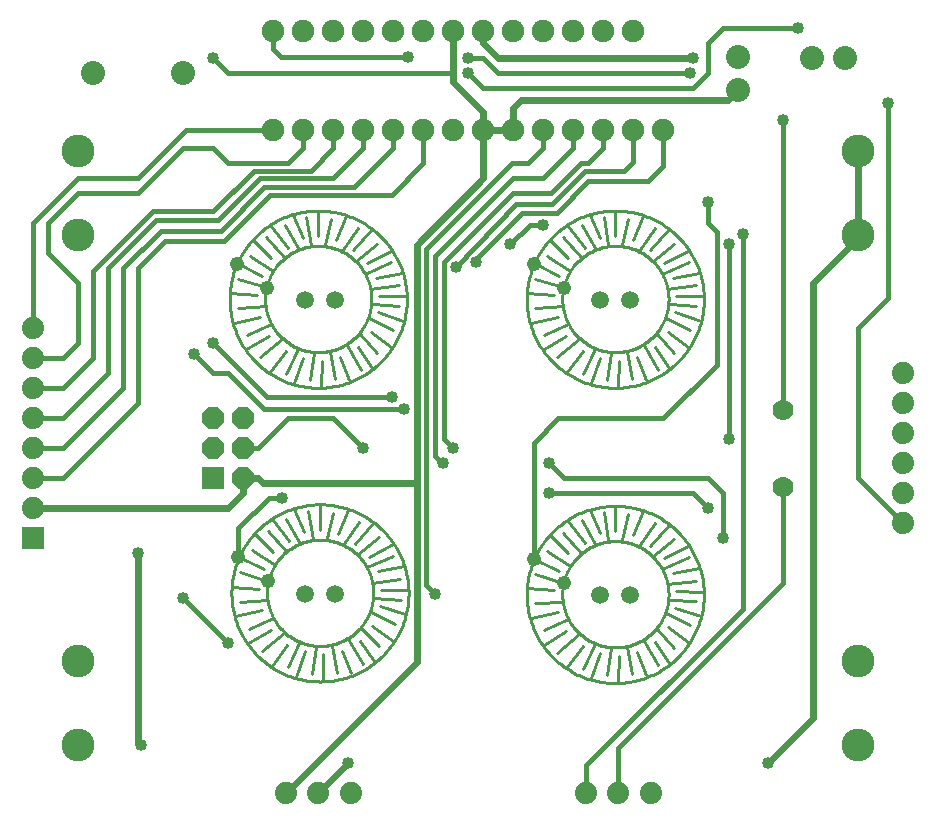
<source format=gbr>
G04 EAGLE Gerber RS-274X export*
G75*
%MOMM*%
%FSLAX34Y34*%
%LPD*%
%INTop Copper*%
%IPPOS*%
%AMOC8*
5,1,8,0,0,1.08239X$1,22.5*%
G01*
%ADD10C,1.879600*%
%ADD11C,2.781300*%
%ADD12C,1.778000*%
%ADD13C,0.254000*%
%ADD14C,1.209600*%
%ADD15C,1.498600*%
%ADD16R,1.879600X1.879600*%
%ADD17P,2.034460X8X112.500000*%
%ADD18C,2.032000*%
%ADD19C,1.905000*%
%ADD20C,0.609600*%
%ADD21C,1.016000*%
%ADD22C,0.406400*%


D10*
X281178Y25400D03*
X254000Y25400D03*
X226822Y25400D03*
X535178Y25400D03*
X508000Y25400D03*
X480822Y25400D03*
D11*
X50800Y497840D03*
X50800Y568960D03*
X50800Y137160D03*
X50800Y66040D03*
D12*
X647700Y285000D03*
X647700Y350000D03*
D13*
X213810Y478740D02*
X198810Y493740D01*
X196110Y480340D02*
X215310Y467540D01*
X206010Y463740D02*
X185410Y474140D01*
X179010Y448840D02*
X202010Y447440D01*
X209210Y437640D02*
X186210Y436240D01*
X182210Y423940D02*
X204910Y429040D01*
X213710Y422940D02*
X193710Y413540D01*
X193110Y401240D02*
X212110Y412440D01*
X223110Y410040D02*
X204610Y394540D01*
X212910Y382040D02*
X226210Y400040D01*
X236410Y401540D02*
X226510Y380640D01*
X233510Y372940D02*
X240910Y394240D01*
X250110Y398040D02*
X246710Y375340D01*
X256010Y369340D02*
X256710Y391640D01*
X263710Y399140D02*
X268210Y376140D01*
X279710Y375640D02*
X272310Y394940D01*
X277910Y404740D02*
X290110Y383840D01*
X299210Y385740D02*
X287510Y403140D01*
X288810Y414340D02*
X303910Y398540D01*
X315510Y403140D02*
X298210Y415940D01*
X296810Y427740D02*
X317410Y417540D01*
X326010Y425540D02*
X304310Y432540D01*
X299810Y439440D02*
X322510Y437840D01*
X327610Y446140D02*
X305610Y446440D01*
X297910Y452340D02*
X321910Y455540D01*
X324910Y466140D02*
X302710Y461940D01*
X293610Y465340D02*
X315810Y475240D01*
X315310Y484940D02*
X295210Y474240D01*
X285610Y476340D02*
X303910Y490740D01*
X299010Y502840D02*
X283510Y485140D01*
X273610Y484640D02*
X287210Y503840D01*
X277110Y514040D02*
X268810Y493940D01*
X259710Y489940D02*
X264810Y511640D01*
X224710Y479240D02*
X209410Y496140D01*
X213710Y505740D02*
X227910Y487340D01*
X236410Y486740D02*
X225310Y506540D01*
X232210Y514840D02*
X240610Y495540D01*
X247710Y489440D02*
X243910Y513240D01*
X253810Y518340D02*
X253810Y497440D01*
X209210Y453740D02*
X185910Y461140D01*
X450350Y493740D02*
X465350Y478740D01*
X466850Y467540D02*
X447650Y480340D01*
X436950Y474140D02*
X457550Y463740D01*
X453550Y447440D02*
X430550Y448840D01*
X437750Y436240D02*
X460750Y437640D01*
X456450Y429040D02*
X433750Y423940D01*
X445250Y413540D02*
X465250Y422940D01*
X463650Y412440D02*
X444650Y401240D01*
X456150Y394540D02*
X474650Y410040D01*
X477750Y400040D02*
X464450Y382040D01*
X478050Y380640D02*
X487950Y401540D01*
X492450Y394240D02*
X485050Y372940D01*
X498250Y375340D02*
X501650Y398040D01*
X508250Y391640D02*
X507550Y369340D01*
X519750Y376140D02*
X515250Y399140D01*
X523850Y394940D02*
X531250Y375640D01*
X541650Y383840D02*
X529450Y404740D01*
X539050Y403140D02*
X550750Y385740D01*
X555450Y398540D02*
X540350Y414340D01*
X549750Y415940D02*
X567050Y403140D01*
X568950Y417540D02*
X548350Y427740D01*
X555850Y432540D02*
X577550Y425540D01*
X574050Y437840D02*
X551350Y439440D01*
X557150Y446440D02*
X579150Y446140D01*
X573450Y455540D02*
X549450Y452340D01*
X554250Y461940D02*
X576450Y466140D01*
X567350Y475240D02*
X545150Y465340D01*
X546750Y474240D02*
X566850Y484940D01*
X555450Y490740D02*
X537150Y476340D01*
X535050Y485140D02*
X550550Y502840D01*
X538750Y503840D02*
X525150Y484640D01*
X520350Y493940D02*
X528650Y514040D01*
X516350Y511640D02*
X511250Y489940D01*
X476250Y479240D02*
X460950Y496140D01*
X465250Y505740D02*
X479450Y487340D01*
X487950Y486740D02*
X476850Y506540D01*
X483750Y514840D02*
X492150Y495540D01*
X499250Y489440D02*
X495450Y513240D01*
X505350Y518340D02*
X505350Y497440D01*
X460750Y453740D02*
X437450Y461140D01*
X215350Y230010D02*
X200350Y245010D01*
X197650Y231610D02*
X216850Y218810D01*
X207550Y215010D02*
X186950Y225410D01*
X180550Y200110D02*
X203550Y198710D01*
X210750Y188910D02*
X187750Y187510D01*
X183750Y175210D02*
X206450Y180310D01*
X215250Y174210D02*
X195250Y164810D01*
X194650Y152510D02*
X213650Y163710D01*
X224650Y161310D02*
X206150Y145810D01*
X214450Y133310D02*
X227750Y151310D01*
X237950Y152810D02*
X228050Y131910D01*
X235050Y124210D02*
X242450Y145510D01*
X251650Y149310D02*
X248250Y126610D01*
X257550Y120610D02*
X258250Y142910D01*
X265250Y150410D02*
X269750Y127410D01*
X281250Y126910D02*
X273850Y146210D01*
X279450Y156010D02*
X291650Y135110D01*
X300750Y137010D02*
X289050Y154410D01*
X290350Y165610D02*
X305450Y149810D01*
X317050Y154410D02*
X299750Y167210D01*
X298350Y179010D02*
X318950Y168810D01*
X327550Y176810D02*
X305850Y183810D01*
X301350Y190710D02*
X324050Y189110D01*
X329150Y197410D02*
X307150Y197710D01*
X299450Y203610D02*
X323450Y206810D01*
X326450Y217410D02*
X304250Y213210D01*
X295150Y216610D02*
X317350Y226510D01*
X316850Y236210D02*
X296750Y225510D01*
X287150Y227610D02*
X305450Y242010D01*
X300550Y254110D02*
X285050Y236410D01*
X275150Y235910D02*
X288750Y255110D01*
X278650Y265310D02*
X270350Y245210D01*
X261250Y241210D02*
X266350Y262910D01*
X226250Y230510D02*
X210950Y247410D01*
X215250Y257010D02*
X229450Y238610D01*
X237950Y238010D02*
X226850Y257810D01*
X233750Y266110D02*
X242150Y246810D01*
X249250Y240710D02*
X245450Y264510D01*
X255350Y269610D02*
X255350Y248710D01*
X210750Y205010D02*
X187450Y212410D01*
X450350Y243740D02*
X465350Y228740D01*
X466850Y217540D02*
X447650Y230340D01*
X436950Y224140D02*
X457550Y213740D01*
X453550Y197440D02*
X430550Y198840D01*
X437750Y186240D02*
X460750Y187640D01*
X456450Y179040D02*
X433750Y173940D01*
X445250Y163540D02*
X465250Y172940D01*
X463650Y162440D02*
X444650Y151240D01*
X456150Y144540D02*
X474650Y160040D01*
X477750Y150040D02*
X464450Y132040D01*
X478050Y130640D02*
X487950Y151540D01*
X492450Y144240D02*
X485050Y122940D01*
X498250Y125340D02*
X501650Y148040D01*
X508250Y141640D02*
X507550Y119340D01*
X519750Y126140D02*
X515250Y149140D01*
X523850Y144940D02*
X531250Y125640D01*
X541650Y133840D02*
X529450Y154740D01*
X539050Y153140D02*
X550750Y135740D01*
X555450Y148540D02*
X540350Y164340D01*
X549750Y165940D02*
X567050Y153140D01*
X568950Y167540D02*
X548350Y177740D01*
X555850Y182540D02*
X577550Y175540D01*
X574050Y187840D02*
X551350Y189440D01*
X557150Y196440D02*
X579150Y196140D01*
X573450Y205540D02*
X549450Y202340D01*
X554250Y211940D02*
X576450Y216140D01*
X567350Y225240D02*
X545150Y215340D01*
X546750Y224240D02*
X566850Y234940D01*
X555450Y240740D02*
X537150Y226340D01*
X535050Y235140D02*
X550550Y252840D01*
X538750Y253840D02*
X525150Y234640D01*
X520350Y243940D02*
X528650Y264040D01*
X516350Y261640D02*
X511250Y239940D01*
X476250Y229240D02*
X460950Y246140D01*
X465250Y255740D02*
X479450Y237340D01*
X487950Y236740D02*
X476850Y256540D01*
X483750Y264840D02*
X492150Y245540D01*
X499250Y239440D02*
X495450Y263240D01*
X505350Y268340D02*
X505350Y247440D01*
X460750Y203740D02*
X437450Y211140D01*
X178810Y443740D02*
X178833Y445581D01*
X178900Y447420D01*
X179013Y449257D01*
X179171Y451091D01*
X179374Y452921D01*
X179622Y454745D01*
X179914Y456562D01*
X180251Y458372D01*
X180632Y460173D01*
X181058Y461964D01*
X181527Y463743D01*
X182039Y465511D01*
X182595Y467266D01*
X183194Y469007D01*
X183836Y470732D01*
X184519Y472441D01*
X185244Y474133D01*
X186011Y475807D01*
X186818Y477461D01*
X187666Y479095D01*
X188553Y480707D01*
X189480Y482298D01*
X190446Y483865D01*
X191450Y485408D01*
X192491Y486926D01*
X193569Y488417D01*
X194684Y489882D01*
X195834Y491319D01*
X197019Y492728D01*
X198239Y494107D01*
X199491Y495456D01*
X200777Y496773D01*
X202094Y498059D01*
X203443Y499311D01*
X204822Y500531D01*
X206231Y501716D01*
X207668Y502866D01*
X209133Y503981D01*
X210624Y505059D01*
X212142Y506100D01*
X213685Y507104D01*
X215252Y508070D01*
X216843Y508997D01*
X218455Y509884D01*
X220089Y510732D01*
X221743Y511539D01*
X223417Y512306D01*
X225109Y513031D01*
X226818Y513714D01*
X228543Y514356D01*
X230284Y514955D01*
X232039Y515511D01*
X233807Y516023D01*
X235586Y516492D01*
X237377Y516918D01*
X239178Y517299D01*
X240988Y517636D01*
X242805Y517928D01*
X244629Y518176D01*
X246459Y518379D01*
X248293Y518537D01*
X250130Y518650D01*
X251969Y518717D01*
X253810Y518740D01*
X255651Y518717D01*
X257490Y518650D01*
X259327Y518537D01*
X261161Y518379D01*
X262991Y518176D01*
X264815Y517928D01*
X266632Y517636D01*
X268442Y517299D01*
X270243Y516918D01*
X272034Y516492D01*
X273813Y516023D01*
X275581Y515511D01*
X277336Y514955D01*
X279077Y514356D01*
X280802Y513714D01*
X282511Y513031D01*
X284203Y512306D01*
X285877Y511539D01*
X287531Y510732D01*
X289165Y509884D01*
X290777Y508997D01*
X292368Y508070D01*
X293935Y507104D01*
X295478Y506100D01*
X296996Y505059D01*
X298487Y503981D01*
X299952Y502866D01*
X301389Y501716D01*
X302798Y500531D01*
X304177Y499311D01*
X305526Y498059D01*
X306843Y496773D01*
X308129Y495456D01*
X309381Y494107D01*
X310601Y492728D01*
X311786Y491319D01*
X312936Y489882D01*
X314051Y488417D01*
X315129Y486926D01*
X316170Y485408D01*
X317174Y483865D01*
X318140Y482298D01*
X319067Y480707D01*
X319954Y479095D01*
X320802Y477461D01*
X321609Y475807D01*
X322376Y474133D01*
X323101Y472441D01*
X323784Y470732D01*
X324426Y469007D01*
X325025Y467266D01*
X325581Y465511D01*
X326093Y463743D01*
X326562Y461964D01*
X326988Y460173D01*
X327369Y458372D01*
X327706Y456562D01*
X327998Y454745D01*
X328246Y452921D01*
X328449Y451091D01*
X328607Y449257D01*
X328720Y447420D01*
X328787Y445581D01*
X328810Y443740D01*
X328787Y441899D01*
X328720Y440060D01*
X328607Y438223D01*
X328449Y436389D01*
X328246Y434559D01*
X327998Y432735D01*
X327706Y430918D01*
X327369Y429108D01*
X326988Y427307D01*
X326562Y425516D01*
X326093Y423737D01*
X325581Y421969D01*
X325025Y420214D01*
X324426Y418473D01*
X323784Y416748D01*
X323101Y415039D01*
X322376Y413347D01*
X321609Y411673D01*
X320802Y410019D01*
X319954Y408385D01*
X319067Y406773D01*
X318140Y405182D01*
X317174Y403615D01*
X316170Y402072D01*
X315129Y400554D01*
X314051Y399063D01*
X312936Y397598D01*
X311786Y396161D01*
X310601Y394752D01*
X309381Y393373D01*
X308129Y392024D01*
X306843Y390707D01*
X305526Y389421D01*
X304177Y388169D01*
X302798Y386949D01*
X301389Y385764D01*
X299952Y384614D01*
X298487Y383499D01*
X296996Y382421D01*
X295478Y381380D01*
X293935Y380376D01*
X292368Y379410D01*
X290777Y378483D01*
X289165Y377596D01*
X287531Y376748D01*
X285877Y375941D01*
X284203Y375174D01*
X282511Y374449D01*
X280802Y373766D01*
X279077Y373124D01*
X277336Y372525D01*
X275581Y371969D01*
X273813Y371457D01*
X272034Y370988D01*
X270243Y370562D01*
X268442Y370181D01*
X266632Y369844D01*
X264815Y369552D01*
X262991Y369304D01*
X261161Y369101D01*
X259327Y368943D01*
X257490Y368830D01*
X255651Y368763D01*
X253810Y368740D01*
X251969Y368763D01*
X250130Y368830D01*
X248293Y368943D01*
X246459Y369101D01*
X244629Y369304D01*
X242805Y369552D01*
X240988Y369844D01*
X239178Y370181D01*
X237377Y370562D01*
X235586Y370988D01*
X233807Y371457D01*
X232039Y371969D01*
X230284Y372525D01*
X228543Y373124D01*
X226818Y373766D01*
X225109Y374449D01*
X223417Y375174D01*
X221743Y375941D01*
X220089Y376748D01*
X218455Y377596D01*
X216843Y378483D01*
X215252Y379410D01*
X213685Y380376D01*
X212142Y381380D01*
X210624Y382421D01*
X209133Y383499D01*
X207668Y384614D01*
X206231Y385764D01*
X204822Y386949D01*
X203443Y388169D01*
X202094Y389421D01*
X200777Y390707D01*
X199491Y392024D01*
X198239Y393373D01*
X197019Y394752D01*
X195834Y396161D01*
X194684Y397598D01*
X193569Y399063D01*
X192491Y400554D01*
X191450Y402072D01*
X190446Y403615D01*
X189480Y405182D01*
X188553Y406773D01*
X187666Y408385D01*
X186818Y410019D01*
X186011Y411673D01*
X185244Y413347D01*
X184519Y415039D01*
X183836Y416748D01*
X183194Y418473D01*
X182595Y420214D01*
X182039Y421969D01*
X181527Y423737D01*
X181058Y425516D01*
X180632Y427307D01*
X180251Y429108D01*
X179914Y430918D01*
X179622Y432735D01*
X179374Y434559D01*
X179171Y436389D01*
X179013Y438223D01*
X178900Y440060D01*
X178833Y441899D01*
X178810Y443740D01*
X208910Y443840D02*
X208924Y444944D01*
X208964Y446048D01*
X209032Y447150D01*
X209127Y448251D01*
X209248Y449348D01*
X209397Y450443D01*
X209573Y451533D01*
X209775Y452619D01*
X210003Y453700D01*
X210259Y454774D01*
X210540Y455842D01*
X210848Y456903D01*
X211181Y457956D01*
X211541Y459000D01*
X211925Y460035D01*
X212335Y461061D01*
X212771Y462076D01*
X213230Y463080D01*
X213715Y464073D01*
X214224Y465053D01*
X214756Y466020D01*
X215312Y466975D01*
X215892Y467915D01*
X216494Y468841D01*
X217119Y469751D01*
X217766Y470646D01*
X218434Y471525D01*
X219125Y472388D01*
X219836Y473233D01*
X220567Y474060D01*
X221319Y474869D01*
X222090Y475660D01*
X222881Y476431D01*
X223690Y477183D01*
X224517Y477914D01*
X225362Y478625D01*
X226225Y479316D01*
X227104Y479984D01*
X227999Y480631D01*
X228909Y481256D01*
X229835Y481858D01*
X230775Y482438D01*
X231730Y482994D01*
X232697Y483526D01*
X233677Y484035D01*
X234670Y484520D01*
X235674Y484979D01*
X236689Y485415D01*
X237715Y485825D01*
X238750Y486209D01*
X239794Y486569D01*
X240847Y486902D01*
X241908Y487210D01*
X242976Y487491D01*
X244050Y487747D01*
X245131Y487975D01*
X246217Y488177D01*
X247307Y488353D01*
X248402Y488502D01*
X249499Y488623D01*
X250600Y488718D01*
X251702Y488786D01*
X252806Y488826D01*
X253910Y488840D01*
X255014Y488826D01*
X256118Y488786D01*
X257220Y488718D01*
X258321Y488623D01*
X259418Y488502D01*
X260513Y488353D01*
X261603Y488177D01*
X262689Y487975D01*
X263770Y487747D01*
X264844Y487491D01*
X265912Y487210D01*
X266973Y486902D01*
X268026Y486569D01*
X269070Y486209D01*
X270105Y485825D01*
X271131Y485415D01*
X272146Y484979D01*
X273150Y484520D01*
X274143Y484035D01*
X275123Y483526D01*
X276090Y482994D01*
X277045Y482438D01*
X277985Y481858D01*
X278911Y481256D01*
X279821Y480631D01*
X280716Y479984D01*
X281595Y479316D01*
X282458Y478625D01*
X283303Y477914D01*
X284130Y477183D01*
X284939Y476431D01*
X285730Y475660D01*
X286501Y474869D01*
X287253Y474060D01*
X287984Y473233D01*
X288695Y472388D01*
X289386Y471525D01*
X290054Y470646D01*
X290701Y469751D01*
X291326Y468841D01*
X291928Y467915D01*
X292508Y466975D01*
X293064Y466020D01*
X293596Y465053D01*
X294105Y464073D01*
X294590Y463080D01*
X295049Y462076D01*
X295485Y461061D01*
X295895Y460035D01*
X296279Y459000D01*
X296639Y457956D01*
X296972Y456903D01*
X297280Y455842D01*
X297561Y454774D01*
X297817Y453700D01*
X298045Y452619D01*
X298247Y451533D01*
X298423Y450443D01*
X298572Y449348D01*
X298693Y448251D01*
X298788Y447150D01*
X298856Y446048D01*
X298896Y444944D01*
X298910Y443840D01*
X298896Y442736D01*
X298856Y441632D01*
X298788Y440530D01*
X298693Y439429D01*
X298572Y438332D01*
X298423Y437237D01*
X298247Y436147D01*
X298045Y435061D01*
X297817Y433980D01*
X297561Y432906D01*
X297280Y431838D01*
X296972Y430777D01*
X296639Y429724D01*
X296279Y428680D01*
X295895Y427645D01*
X295485Y426619D01*
X295049Y425604D01*
X294590Y424600D01*
X294105Y423607D01*
X293596Y422627D01*
X293064Y421660D01*
X292508Y420705D01*
X291928Y419765D01*
X291326Y418839D01*
X290701Y417929D01*
X290054Y417034D01*
X289386Y416155D01*
X288695Y415292D01*
X287984Y414447D01*
X287253Y413620D01*
X286501Y412811D01*
X285730Y412020D01*
X284939Y411249D01*
X284130Y410497D01*
X283303Y409766D01*
X282458Y409055D01*
X281595Y408364D01*
X280716Y407696D01*
X279821Y407049D01*
X278911Y406424D01*
X277985Y405822D01*
X277045Y405242D01*
X276090Y404686D01*
X275123Y404154D01*
X274143Y403645D01*
X273150Y403160D01*
X272146Y402701D01*
X271131Y402265D01*
X270105Y401855D01*
X269070Y401471D01*
X268026Y401111D01*
X266973Y400778D01*
X265912Y400470D01*
X264844Y400189D01*
X263770Y399933D01*
X262689Y399705D01*
X261603Y399503D01*
X260513Y399327D01*
X259418Y399178D01*
X258321Y399057D01*
X257220Y398962D01*
X256118Y398894D01*
X255014Y398854D01*
X253910Y398840D01*
X252806Y398854D01*
X251702Y398894D01*
X250600Y398962D01*
X249499Y399057D01*
X248402Y399178D01*
X247307Y399327D01*
X246217Y399503D01*
X245131Y399705D01*
X244050Y399933D01*
X242976Y400189D01*
X241908Y400470D01*
X240847Y400778D01*
X239794Y401111D01*
X238750Y401471D01*
X237715Y401855D01*
X236689Y402265D01*
X235674Y402701D01*
X234670Y403160D01*
X233677Y403645D01*
X232697Y404154D01*
X231730Y404686D01*
X230775Y405242D01*
X229835Y405822D01*
X228909Y406424D01*
X227999Y407049D01*
X227104Y407696D01*
X226225Y408364D01*
X225362Y409055D01*
X224517Y409766D01*
X223690Y410497D01*
X222881Y411249D01*
X222090Y412020D01*
X221319Y412811D01*
X220567Y413620D01*
X219836Y414447D01*
X219125Y415292D01*
X218434Y416155D01*
X217766Y417034D01*
X217119Y417929D01*
X216494Y418839D01*
X215892Y419765D01*
X215312Y420705D01*
X214756Y421660D01*
X214224Y422627D01*
X213715Y423607D01*
X213230Y424600D01*
X212771Y425604D01*
X212335Y426619D01*
X211925Y427645D01*
X211541Y428680D01*
X211181Y429724D01*
X210848Y430777D01*
X210540Y431838D01*
X210259Y432906D01*
X210003Y433980D01*
X209775Y435061D01*
X209573Y436147D01*
X209397Y437237D01*
X209248Y438332D01*
X209127Y439429D01*
X209032Y440530D01*
X208964Y441632D01*
X208924Y442736D01*
X208910Y443840D01*
X430350Y443740D02*
X430373Y445581D01*
X430440Y447420D01*
X430553Y449257D01*
X430711Y451091D01*
X430914Y452921D01*
X431162Y454745D01*
X431454Y456562D01*
X431791Y458372D01*
X432172Y460173D01*
X432598Y461964D01*
X433067Y463743D01*
X433579Y465511D01*
X434135Y467266D01*
X434734Y469007D01*
X435376Y470732D01*
X436059Y472441D01*
X436784Y474133D01*
X437551Y475807D01*
X438358Y477461D01*
X439206Y479095D01*
X440093Y480707D01*
X441020Y482298D01*
X441986Y483865D01*
X442990Y485408D01*
X444031Y486926D01*
X445109Y488417D01*
X446224Y489882D01*
X447374Y491319D01*
X448559Y492728D01*
X449779Y494107D01*
X451031Y495456D01*
X452317Y496773D01*
X453634Y498059D01*
X454983Y499311D01*
X456362Y500531D01*
X457771Y501716D01*
X459208Y502866D01*
X460673Y503981D01*
X462164Y505059D01*
X463682Y506100D01*
X465225Y507104D01*
X466792Y508070D01*
X468383Y508997D01*
X469995Y509884D01*
X471629Y510732D01*
X473283Y511539D01*
X474957Y512306D01*
X476649Y513031D01*
X478358Y513714D01*
X480083Y514356D01*
X481824Y514955D01*
X483579Y515511D01*
X485347Y516023D01*
X487126Y516492D01*
X488917Y516918D01*
X490718Y517299D01*
X492528Y517636D01*
X494345Y517928D01*
X496169Y518176D01*
X497999Y518379D01*
X499833Y518537D01*
X501670Y518650D01*
X503509Y518717D01*
X505350Y518740D01*
X507191Y518717D01*
X509030Y518650D01*
X510867Y518537D01*
X512701Y518379D01*
X514531Y518176D01*
X516355Y517928D01*
X518172Y517636D01*
X519982Y517299D01*
X521783Y516918D01*
X523574Y516492D01*
X525353Y516023D01*
X527121Y515511D01*
X528876Y514955D01*
X530617Y514356D01*
X532342Y513714D01*
X534051Y513031D01*
X535743Y512306D01*
X537417Y511539D01*
X539071Y510732D01*
X540705Y509884D01*
X542317Y508997D01*
X543908Y508070D01*
X545475Y507104D01*
X547018Y506100D01*
X548536Y505059D01*
X550027Y503981D01*
X551492Y502866D01*
X552929Y501716D01*
X554338Y500531D01*
X555717Y499311D01*
X557066Y498059D01*
X558383Y496773D01*
X559669Y495456D01*
X560921Y494107D01*
X562141Y492728D01*
X563326Y491319D01*
X564476Y489882D01*
X565591Y488417D01*
X566669Y486926D01*
X567710Y485408D01*
X568714Y483865D01*
X569680Y482298D01*
X570607Y480707D01*
X571494Y479095D01*
X572342Y477461D01*
X573149Y475807D01*
X573916Y474133D01*
X574641Y472441D01*
X575324Y470732D01*
X575966Y469007D01*
X576565Y467266D01*
X577121Y465511D01*
X577633Y463743D01*
X578102Y461964D01*
X578528Y460173D01*
X578909Y458372D01*
X579246Y456562D01*
X579538Y454745D01*
X579786Y452921D01*
X579989Y451091D01*
X580147Y449257D01*
X580260Y447420D01*
X580327Y445581D01*
X580350Y443740D01*
X580327Y441899D01*
X580260Y440060D01*
X580147Y438223D01*
X579989Y436389D01*
X579786Y434559D01*
X579538Y432735D01*
X579246Y430918D01*
X578909Y429108D01*
X578528Y427307D01*
X578102Y425516D01*
X577633Y423737D01*
X577121Y421969D01*
X576565Y420214D01*
X575966Y418473D01*
X575324Y416748D01*
X574641Y415039D01*
X573916Y413347D01*
X573149Y411673D01*
X572342Y410019D01*
X571494Y408385D01*
X570607Y406773D01*
X569680Y405182D01*
X568714Y403615D01*
X567710Y402072D01*
X566669Y400554D01*
X565591Y399063D01*
X564476Y397598D01*
X563326Y396161D01*
X562141Y394752D01*
X560921Y393373D01*
X559669Y392024D01*
X558383Y390707D01*
X557066Y389421D01*
X555717Y388169D01*
X554338Y386949D01*
X552929Y385764D01*
X551492Y384614D01*
X550027Y383499D01*
X548536Y382421D01*
X547018Y381380D01*
X545475Y380376D01*
X543908Y379410D01*
X542317Y378483D01*
X540705Y377596D01*
X539071Y376748D01*
X537417Y375941D01*
X535743Y375174D01*
X534051Y374449D01*
X532342Y373766D01*
X530617Y373124D01*
X528876Y372525D01*
X527121Y371969D01*
X525353Y371457D01*
X523574Y370988D01*
X521783Y370562D01*
X519982Y370181D01*
X518172Y369844D01*
X516355Y369552D01*
X514531Y369304D01*
X512701Y369101D01*
X510867Y368943D01*
X509030Y368830D01*
X507191Y368763D01*
X505350Y368740D01*
X503509Y368763D01*
X501670Y368830D01*
X499833Y368943D01*
X497999Y369101D01*
X496169Y369304D01*
X494345Y369552D01*
X492528Y369844D01*
X490718Y370181D01*
X488917Y370562D01*
X487126Y370988D01*
X485347Y371457D01*
X483579Y371969D01*
X481824Y372525D01*
X480083Y373124D01*
X478358Y373766D01*
X476649Y374449D01*
X474957Y375174D01*
X473283Y375941D01*
X471629Y376748D01*
X469995Y377596D01*
X468383Y378483D01*
X466792Y379410D01*
X465225Y380376D01*
X463682Y381380D01*
X462164Y382421D01*
X460673Y383499D01*
X459208Y384614D01*
X457771Y385764D01*
X456362Y386949D01*
X454983Y388169D01*
X453634Y389421D01*
X452317Y390707D01*
X451031Y392024D01*
X449779Y393373D01*
X448559Y394752D01*
X447374Y396161D01*
X446224Y397598D01*
X445109Y399063D01*
X444031Y400554D01*
X442990Y402072D01*
X441986Y403615D01*
X441020Y405182D01*
X440093Y406773D01*
X439206Y408385D01*
X438358Y410019D01*
X437551Y411673D01*
X436784Y413347D01*
X436059Y415039D01*
X435376Y416748D01*
X434734Y418473D01*
X434135Y420214D01*
X433579Y421969D01*
X433067Y423737D01*
X432598Y425516D01*
X432172Y427307D01*
X431791Y429108D01*
X431454Y430918D01*
X431162Y432735D01*
X430914Y434559D01*
X430711Y436389D01*
X430553Y438223D01*
X430440Y440060D01*
X430373Y441899D01*
X430350Y443740D01*
X460450Y443840D02*
X460464Y444944D01*
X460504Y446048D01*
X460572Y447150D01*
X460667Y448251D01*
X460788Y449348D01*
X460937Y450443D01*
X461113Y451533D01*
X461315Y452619D01*
X461543Y453700D01*
X461799Y454774D01*
X462080Y455842D01*
X462388Y456903D01*
X462721Y457956D01*
X463081Y459000D01*
X463465Y460035D01*
X463875Y461061D01*
X464311Y462076D01*
X464770Y463080D01*
X465255Y464073D01*
X465764Y465053D01*
X466296Y466020D01*
X466852Y466975D01*
X467432Y467915D01*
X468034Y468841D01*
X468659Y469751D01*
X469306Y470646D01*
X469974Y471525D01*
X470665Y472388D01*
X471376Y473233D01*
X472107Y474060D01*
X472859Y474869D01*
X473630Y475660D01*
X474421Y476431D01*
X475230Y477183D01*
X476057Y477914D01*
X476902Y478625D01*
X477765Y479316D01*
X478644Y479984D01*
X479539Y480631D01*
X480449Y481256D01*
X481375Y481858D01*
X482315Y482438D01*
X483270Y482994D01*
X484237Y483526D01*
X485217Y484035D01*
X486210Y484520D01*
X487214Y484979D01*
X488229Y485415D01*
X489255Y485825D01*
X490290Y486209D01*
X491334Y486569D01*
X492387Y486902D01*
X493448Y487210D01*
X494516Y487491D01*
X495590Y487747D01*
X496671Y487975D01*
X497757Y488177D01*
X498847Y488353D01*
X499942Y488502D01*
X501039Y488623D01*
X502140Y488718D01*
X503242Y488786D01*
X504346Y488826D01*
X505450Y488840D01*
X506554Y488826D01*
X507658Y488786D01*
X508760Y488718D01*
X509861Y488623D01*
X510958Y488502D01*
X512053Y488353D01*
X513143Y488177D01*
X514229Y487975D01*
X515310Y487747D01*
X516384Y487491D01*
X517452Y487210D01*
X518513Y486902D01*
X519566Y486569D01*
X520610Y486209D01*
X521645Y485825D01*
X522671Y485415D01*
X523686Y484979D01*
X524690Y484520D01*
X525683Y484035D01*
X526663Y483526D01*
X527630Y482994D01*
X528585Y482438D01*
X529525Y481858D01*
X530451Y481256D01*
X531361Y480631D01*
X532256Y479984D01*
X533135Y479316D01*
X533998Y478625D01*
X534843Y477914D01*
X535670Y477183D01*
X536479Y476431D01*
X537270Y475660D01*
X538041Y474869D01*
X538793Y474060D01*
X539524Y473233D01*
X540235Y472388D01*
X540926Y471525D01*
X541594Y470646D01*
X542241Y469751D01*
X542866Y468841D01*
X543468Y467915D01*
X544048Y466975D01*
X544604Y466020D01*
X545136Y465053D01*
X545645Y464073D01*
X546130Y463080D01*
X546589Y462076D01*
X547025Y461061D01*
X547435Y460035D01*
X547819Y459000D01*
X548179Y457956D01*
X548512Y456903D01*
X548820Y455842D01*
X549101Y454774D01*
X549357Y453700D01*
X549585Y452619D01*
X549787Y451533D01*
X549963Y450443D01*
X550112Y449348D01*
X550233Y448251D01*
X550328Y447150D01*
X550396Y446048D01*
X550436Y444944D01*
X550450Y443840D01*
X550436Y442736D01*
X550396Y441632D01*
X550328Y440530D01*
X550233Y439429D01*
X550112Y438332D01*
X549963Y437237D01*
X549787Y436147D01*
X549585Y435061D01*
X549357Y433980D01*
X549101Y432906D01*
X548820Y431838D01*
X548512Y430777D01*
X548179Y429724D01*
X547819Y428680D01*
X547435Y427645D01*
X547025Y426619D01*
X546589Y425604D01*
X546130Y424600D01*
X545645Y423607D01*
X545136Y422627D01*
X544604Y421660D01*
X544048Y420705D01*
X543468Y419765D01*
X542866Y418839D01*
X542241Y417929D01*
X541594Y417034D01*
X540926Y416155D01*
X540235Y415292D01*
X539524Y414447D01*
X538793Y413620D01*
X538041Y412811D01*
X537270Y412020D01*
X536479Y411249D01*
X535670Y410497D01*
X534843Y409766D01*
X533998Y409055D01*
X533135Y408364D01*
X532256Y407696D01*
X531361Y407049D01*
X530451Y406424D01*
X529525Y405822D01*
X528585Y405242D01*
X527630Y404686D01*
X526663Y404154D01*
X525683Y403645D01*
X524690Y403160D01*
X523686Y402701D01*
X522671Y402265D01*
X521645Y401855D01*
X520610Y401471D01*
X519566Y401111D01*
X518513Y400778D01*
X517452Y400470D01*
X516384Y400189D01*
X515310Y399933D01*
X514229Y399705D01*
X513143Y399503D01*
X512053Y399327D01*
X510958Y399178D01*
X509861Y399057D01*
X508760Y398962D01*
X507658Y398894D01*
X506554Y398854D01*
X505450Y398840D01*
X504346Y398854D01*
X503242Y398894D01*
X502140Y398962D01*
X501039Y399057D01*
X499942Y399178D01*
X498847Y399327D01*
X497757Y399503D01*
X496671Y399705D01*
X495590Y399933D01*
X494516Y400189D01*
X493448Y400470D01*
X492387Y400778D01*
X491334Y401111D01*
X490290Y401471D01*
X489255Y401855D01*
X488229Y402265D01*
X487214Y402701D01*
X486210Y403160D01*
X485217Y403645D01*
X484237Y404154D01*
X483270Y404686D01*
X482315Y405242D01*
X481375Y405822D01*
X480449Y406424D01*
X479539Y407049D01*
X478644Y407696D01*
X477765Y408364D01*
X476902Y409055D01*
X476057Y409766D01*
X475230Y410497D01*
X474421Y411249D01*
X473630Y412020D01*
X472859Y412811D01*
X472107Y413620D01*
X471376Y414447D01*
X470665Y415292D01*
X469974Y416155D01*
X469306Y417034D01*
X468659Y417929D01*
X468034Y418839D01*
X467432Y419765D01*
X466852Y420705D01*
X466296Y421660D01*
X465764Y422627D01*
X465255Y423607D01*
X464770Y424600D01*
X464311Y425604D01*
X463875Y426619D01*
X463465Y427645D01*
X463081Y428680D01*
X462721Y429724D01*
X462388Y430777D01*
X462080Y431838D01*
X461799Y432906D01*
X461543Y433980D01*
X461315Y435061D01*
X461113Y436147D01*
X460937Y437237D01*
X460788Y438332D01*
X460667Y439429D01*
X460572Y440530D01*
X460504Y441632D01*
X460464Y442736D01*
X460450Y443840D01*
X180350Y195010D02*
X180373Y196851D01*
X180440Y198690D01*
X180553Y200527D01*
X180711Y202361D01*
X180914Y204191D01*
X181162Y206015D01*
X181454Y207832D01*
X181791Y209642D01*
X182172Y211443D01*
X182598Y213234D01*
X183067Y215013D01*
X183579Y216781D01*
X184135Y218536D01*
X184734Y220277D01*
X185376Y222002D01*
X186059Y223711D01*
X186784Y225403D01*
X187551Y227077D01*
X188358Y228731D01*
X189206Y230365D01*
X190093Y231977D01*
X191020Y233568D01*
X191986Y235135D01*
X192990Y236678D01*
X194031Y238196D01*
X195109Y239687D01*
X196224Y241152D01*
X197374Y242589D01*
X198559Y243998D01*
X199779Y245377D01*
X201031Y246726D01*
X202317Y248043D01*
X203634Y249329D01*
X204983Y250581D01*
X206362Y251801D01*
X207771Y252986D01*
X209208Y254136D01*
X210673Y255251D01*
X212164Y256329D01*
X213682Y257370D01*
X215225Y258374D01*
X216792Y259340D01*
X218383Y260267D01*
X219995Y261154D01*
X221629Y262002D01*
X223283Y262809D01*
X224957Y263576D01*
X226649Y264301D01*
X228358Y264984D01*
X230083Y265626D01*
X231824Y266225D01*
X233579Y266781D01*
X235347Y267293D01*
X237126Y267762D01*
X238917Y268188D01*
X240718Y268569D01*
X242528Y268906D01*
X244345Y269198D01*
X246169Y269446D01*
X247999Y269649D01*
X249833Y269807D01*
X251670Y269920D01*
X253509Y269987D01*
X255350Y270010D01*
X257191Y269987D01*
X259030Y269920D01*
X260867Y269807D01*
X262701Y269649D01*
X264531Y269446D01*
X266355Y269198D01*
X268172Y268906D01*
X269982Y268569D01*
X271783Y268188D01*
X273574Y267762D01*
X275353Y267293D01*
X277121Y266781D01*
X278876Y266225D01*
X280617Y265626D01*
X282342Y264984D01*
X284051Y264301D01*
X285743Y263576D01*
X287417Y262809D01*
X289071Y262002D01*
X290705Y261154D01*
X292317Y260267D01*
X293908Y259340D01*
X295475Y258374D01*
X297018Y257370D01*
X298536Y256329D01*
X300027Y255251D01*
X301492Y254136D01*
X302929Y252986D01*
X304338Y251801D01*
X305717Y250581D01*
X307066Y249329D01*
X308383Y248043D01*
X309669Y246726D01*
X310921Y245377D01*
X312141Y243998D01*
X313326Y242589D01*
X314476Y241152D01*
X315591Y239687D01*
X316669Y238196D01*
X317710Y236678D01*
X318714Y235135D01*
X319680Y233568D01*
X320607Y231977D01*
X321494Y230365D01*
X322342Y228731D01*
X323149Y227077D01*
X323916Y225403D01*
X324641Y223711D01*
X325324Y222002D01*
X325966Y220277D01*
X326565Y218536D01*
X327121Y216781D01*
X327633Y215013D01*
X328102Y213234D01*
X328528Y211443D01*
X328909Y209642D01*
X329246Y207832D01*
X329538Y206015D01*
X329786Y204191D01*
X329989Y202361D01*
X330147Y200527D01*
X330260Y198690D01*
X330327Y196851D01*
X330350Y195010D01*
X330327Y193169D01*
X330260Y191330D01*
X330147Y189493D01*
X329989Y187659D01*
X329786Y185829D01*
X329538Y184005D01*
X329246Y182188D01*
X328909Y180378D01*
X328528Y178577D01*
X328102Y176786D01*
X327633Y175007D01*
X327121Y173239D01*
X326565Y171484D01*
X325966Y169743D01*
X325324Y168018D01*
X324641Y166309D01*
X323916Y164617D01*
X323149Y162943D01*
X322342Y161289D01*
X321494Y159655D01*
X320607Y158043D01*
X319680Y156452D01*
X318714Y154885D01*
X317710Y153342D01*
X316669Y151824D01*
X315591Y150333D01*
X314476Y148868D01*
X313326Y147431D01*
X312141Y146022D01*
X310921Y144643D01*
X309669Y143294D01*
X308383Y141977D01*
X307066Y140691D01*
X305717Y139439D01*
X304338Y138219D01*
X302929Y137034D01*
X301492Y135884D01*
X300027Y134769D01*
X298536Y133691D01*
X297018Y132650D01*
X295475Y131646D01*
X293908Y130680D01*
X292317Y129753D01*
X290705Y128866D01*
X289071Y128018D01*
X287417Y127211D01*
X285743Y126444D01*
X284051Y125719D01*
X282342Y125036D01*
X280617Y124394D01*
X278876Y123795D01*
X277121Y123239D01*
X275353Y122727D01*
X273574Y122258D01*
X271783Y121832D01*
X269982Y121451D01*
X268172Y121114D01*
X266355Y120822D01*
X264531Y120574D01*
X262701Y120371D01*
X260867Y120213D01*
X259030Y120100D01*
X257191Y120033D01*
X255350Y120010D01*
X253509Y120033D01*
X251670Y120100D01*
X249833Y120213D01*
X247999Y120371D01*
X246169Y120574D01*
X244345Y120822D01*
X242528Y121114D01*
X240718Y121451D01*
X238917Y121832D01*
X237126Y122258D01*
X235347Y122727D01*
X233579Y123239D01*
X231824Y123795D01*
X230083Y124394D01*
X228358Y125036D01*
X226649Y125719D01*
X224957Y126444D01*
X223283Y127211D01*
X221629Y128018D01*
X219995Y128866D01*
X218383Y129753D01*
X216792Y130680D01*
X215225Y131646D01*
X213682Y132650D01*
X212164Y133691D01*
X210673Y134769D01*
X209208Y135884D01*
X207771Y137034D01*
X206362Y138219D01*
X204983Y139439D01*
X203634Y140691D01*
X202317Y141977D01*
X201031Y143294D01*
X199779Y144643D01*
X198559Y146022D01*
X197374Y147431D01*
X196224Y148868D01*
X195109Y150333D01*
X194031Y151824D01*
X192990Y153342D01*
X191986Y154885D01*
X191020Y156452D01*
X190093Y158043D01*
X189206Y159655D01*
X188358Y161289D01*
X187551Y162943D01*
X186784Y164617D01*
X186059Y166309D01*
X185376Y168018D01*
X184734Y169743D01*
X184135Y171484D01*
X183579Y173239D01*
X183067Y175007D01*
X182598Y176786D01*
X182172Y178577D01*
X181791Y180378D01*
X181454Y182188D01*
X181162Y184005D01*
X180914Y185829D01*
X180711Y187659D01*
X180553Y189493D01*
X180440Y191330D01*
X180373Y193169D01*
X180350Y195010D01*
X210450Y195110D02*
X210464Y196214D01*
X210504Y197318D01*
X210572Y198420D01*
X210667Y199521D01*
X210788Y200618D01*
X210937Y201713D01*
X211113Y202803D01*
X211315Y203889D01*
X211543Y204970D01*
X211799Y206044D01*
X212080Y207112D01*
X212388Y208173D01*
X212721Y209226D01*
X213081Y210270D01*
X213465Y211305D01*
X213875Y212331D01*
X214311Y213346D01*
X214770Y214350D01*
X215255Y215343D01*
X215764Y216323D01*
X216296Y217290D01*
X216852Y218245D01*
X217432Y219185D01*
X218034Y220111D01*
X218659Y221021D01*
X219306Y221916D01*
X219974Y222795D01*
X220665Y223658D01*
X221376Y224503D01*
X222107Y225330D01*
X222859Y226139D01*
X223630Y226930D01*
X224421Y227701D01*
X225230Y228453D01*
X226057Y229184D01*
X226902Y229895D01*
X227765Y230586D01*
X228644Y231254D01*
X229539Y231901D01*
X230449Y232526D01*
X231375Y233128D01*
X232315Y233708D01*
X233270Y234264D01*
X234237Y234796D01*
X235217Y235305D01*
X236210Y235790D01*
X237214Y236249D01*
X238229Y236685D01*
X239255Y237095D01*
X240290Y237479D01*
X241334Y237839D01*
X242387Y238172D01*
X243448Y238480D01*
X244516Y238761D01*
X245590Y239017D01*
X246671Y239245D01*
X247757Y239447D01*
X248847Y239623D01*
X249942Y239772D01*
X251039Y239893D01*
X252140Y239988D01*
X253242Y240056D01*
X254346Y240096D01*
X255450Y240110D01*
X256554Y240096D01*
X257658Y240056D01*
X258760Y239988D01*
X259861Y239893D01*
X260958Y239772D01*
X262053Y239623D01*
X263143Y239447D01*
X264229Y239245D01*
X265310Y239017D01*
X266384Y238761D01*
X267452Y238480D01*
X268513Y238172D01*
X269566Y237839D01*
X270610Y237479D01*
X271645Y237095D01*
X272671Y236685D01*
X273686Y236249D01*
X274690Y235790D01*
X275683Y235305D01*
X276663Y234796D01*
X277630Y234264D01*
X278585Y233708D01*
X279525Y233128D01*
X280451Y232526D01*
X281361Y231901D01*
X282256Y231254D01*
X283135Y230586D01*
X283998Y229895D01*
X284843Y229184D01*
X285670Y228453D01*
X286479Y227701D01*
X287270Y226930D01*
X288041Y226139D01*
X288793Y225330D01*
X289524Y224503D01*
X290235Y223658D01*
X290926Y222795D01*
X291594Y221916D01*
X292241Y221021D01*
X292866Y220111D01*
X293468Y219185D01*
X294048Y218245D01*
X294604Y217290D01*
X295136Y216323D01*
X295645Y215343D01*
X296130Y214350D01*
X296589Y213346D01*
X297025Y212331D01*
X297435Y211305D01*
X297819Y210270D01*
X298179Y209226D01*
X298512Y208173D01*
X298820Y207112D01*
X299101Y206044D01*
X299357Y204970D01*
X299585Y203889D01*
X299787Y202803D01*
X299963Y201713D01*
X300112Y200618D01*
X300233Y199521D01*
X300328Y198420D01*
X300396Y197318D01*
X300436Y196214D01*
X300450Y195110D01*
X300436Y194006D01*
X300396Y192902D01*
X300328Y191800D01*
X300233Y190699D01*
X300112Y189602D01*
X299963Y188507D01*
X299787Y187417D01*
X299585Y186331D01*
X299357Y185250D01*
X299101Y184176D01*
X298820Y183108D01*
X298512Y182047D01*
X298179Y180994D01*
X297819Y179950D01*
X297435Y178915D01*
X297025Y177889D01*
X296589Y176874D01*
X296130Y175870D01*
X295645Y174877D01*
X295136Y173897D01*
X294604Y172930D01*
X294048Y171975D01*
X293468Y171035D01*
X292866Y170109D01*
X292241Y169199D01*
X291594Y168304D01*
X290926Y167425D01*
X290235Y166562D01*
X289524Y165717D01*
X288793Y164890D01*
X288041Y164081D01*
X287270Y163290D01*
X286479Y162519D01*
X285670Y161767D01*
X284843Y161036D01*
X283998Y160325D01*
X283135Y159634D01*
X282256Y158966D01*
X281361Y158319D01*
X280451Y157694D01*
X279525Y157092D01*
X278585Y156512D01*
X277630Y155956D01*
X276663Y155424D01*
X275683Y154915D01*
X274690Y154430D01*
X273686Y153971D01*
X272671Y153535D01*
X271645Y153125D01*
X270610Y152741D01*
X269566Y152381D01*
X268513Y152048D01*
X267452Y151740D01*
X266384Y151459D01*
X265310Y151203D01*
X264229Y150975D01*
X263143Y150773D01*
X262053Y150597D01*
X260958Y150448D01*
X259861Y150327D01*
X258760Y150232D01*
X257658Y150164D01*
X256554Y150124D01*
X255450Y150110D01*
X254346Y150124D01*
X253242Y150164D01*
X252140Y150232D01*
X251039Y150327D01*
X249942Y150448D01*
X248847Y150597D01*
X247757Y150773D01*
X246671Y150975D01*
X245590Y151203D01*
X244516Y151459D01*
X243448Y151740D01*
X242387Y152048D01*
X241334Y152381D01*
X240290Y152741D01*
X239255Y153125D01*
X238229Y153535D01*
X237214Y153971D01*
X236210Y154430D01*
X235217Y154915D01*
X234237Y155424D01*
X233270Y155956D01*
X232315Y156512D01*
X231375Y157092D01*
X230449Y157694D01*
X229539Y158319D01*
X228644Y158966D01*
X227765Y159634D01*
X226902Y160325D01*
X226057Y161036D01*
X225230Y161767D01*
X224421Y162519D01*
X223630Y163290D01*
X222859Y164081D01*
X222107Y164890D01*
X221376Y165717D01*
X220665Y166562D01*
X219974Y167425D01*
X219306Y168304D01*
X218659Y169199D01*
X218034Y170109D01*
X217432Y171035D01*
X216852Y171975D01*
X216296Y172930D01*
X215764Y173897D01*
X215255Y174877D01*
X214770Y175870D01*
X214311Y176874D01*
X213875Y177889D01*
X213465Y178915D01*
X213081Y179950D01*
X212721Y180994D01*
X212388Y182047D01*
X212080Y183108D01*
X211799Y184176D01*
X211543Y185250D01*
X211315Y186331D01*
X211113Y187417D01*
X210937Y188507D01*
X210788Y189602D01*
X210667Y190699D01*
X210572Y191800D01*
X210504Y192902D01*
X210464Y194006D01*
X210450Y195110D01*
X430350Y193740D02*
X430373Y195581D01*
X430440Y197420D01*
X430553Y199257D01*
X430711Y201091D01*
X430914Y202921D01*
X431162Y204745D01*
X431454Y206562D01*
X431791Y208372D01*
X432172Y210173D01*
X432598Y211964D01*
X433067Y213743D01*
X433579Y215511D01*
X434135Y217266D01*
X434734Y219007D01*
X435376Y220732D01*
X436059Y222441D01*
X436784Y224133D01*
X437551Y225807D01*
X438358Y227461D01*
X439206Y229095D01*
X440093Y230707D01*
X441020Y232298D01*
X441986Y233865D01*
X442990Y235408D01*
X444031Y236926D01*
X445109Y238417D01*
X446224Y239882D01*
X447374Y241319D01*
X448559Y242728D01*
X449779Y244107D01*
X451031Y245456D01*
X452317Y246773D01*
X453634Y248059D01*
X454983Y249311D01*
X456362Y250531D01*
X457771Y251716D01*
X459208Y252866D01*
X460673Y253981D01*
X462164Y255059D01*
X463682Y256100D01*
X465225Y257104D01*
X466792Y258070D01*
X468383Y258997D01*
X469995Y259884D01*
X471629Y260732D01*
X473283Y261539D01*
X474957Y262306D01*
X476649Y263031D01*
X478358Y263714D01*
X480083Y264356D01*
X481824Y264955D01*
X483579Y265511D01*
X485347Y266023D01*
X487126Y266492D01*
X488917Y266918D01*
X490718Y267299D01*
X492528Y267636D01*
X494345Y267928D01*
X496169Y268176D01*
X497999Y268379D01*
X499833Y268537D01*
X501670Y268650D01*
X503509Y268717D01*
X505350Y268740D01*
X507191Y268717D01*
X509030Y268650D01*
X510867Y268537D01*
X512701Y268379D01*
X514531Y268176D01*
X516355Y267928D01*
X518172Y267636D01*
X519982Y267299D01*
X521783Y266918D01*
X523574Y266492D01*
X525353Y266023D01*
X527121Y265511D01*
X528876Y264955D01*
X530617Y264356D01*
X532342Y263714D01*
X534051Y263031D01*
X535743Y262306D01*
X537417Y261539D01*
X539071Y260732D01*
X540705Y259884D01*
X542317Y258997D01*
X543908Y258070D01*
X545475Y257104D01*
X547018Y256100D01*
X548536Y255059D01*
X550027Y253981D01*
X551492Y252866D01*
X552929Y251716D01*
X554338Y250531D01*
X555717Y249311D01*
X557066Y248059D01*
X558383Y246773D01*
X559669Y245456D01*
X560921Y244107D01*
X562141Y242728D01*
X563326Y241319D01*
X564476Y239882D01*
X565591Y238417D01*
X566669Y236926D01*
X567710Y235408D01*
X568714Y233865D01*
X569680Y232298D01*
X570607Y230707D01*
X571494Y229095D01*
X572342Y227461D01*
X573149Y225807D01*
X573916Y224133D01*
X574641Y222441D01*
X575324Y220732D01*
X575966Y219007D01*
X576565Y217266D01*
X577121Y215511D01*
X577633Y213743D01*
X578102Y211964D01*
X578528Y210173D01*
X578909Y208372D01*
X579246Y206562D01*
X579538Y204745D01*
X579786Y202921D01*
X579989Y201091D01*
X580147Y199257D01*
X580260Y197420D01*
X580327Y195581D01*
X580350Y193740D01*
X580327Y191899D01*
X580260Y190060D01*
X580147Y188223D01*
X579989Y186389D01*
X579786Y184559D01*
X579538Y182735D01*
X579246Y180918D01*
X578909Y179108D01*
X578528Y177307D01*
X578102Y175516D01*
X577633Y173737D01*
X577121Y171969D01*
X576565Y170214D01*
X575966Y168473D01*
X575324Y166748D01*
X574641Y165039D01*
X573916Y163347D01*
X573149Y161673D01*
X572342Y160019D01*
X571494Y158385D01*
X570607Y156773D01*
X569680Y155182D01*
X568714Y153615D01*
X567710Y152072D01*
X566669Y150554D01*
X565591Y149063D01*
X564476Y147598D01*
X563326Y146161D01*
X562141Y144752D01*
X560921Y143373D01*
X559669Y142024D01*
X558383Y140707D01*
X557066Y139421D01*
X555717Y138169D01*
X554338Y136949D01*
X552929Y135764D01*
X551492Y134614D01*
X550027Y133499D01*
X548536Y132421D01*
X547018Y131380D01*
X545475Y130376D01*
X543908Y129410D01*
X542317Y128483D01*
X540705Y127596D01*
X539071Y126748D01*
X537417Y125941D01*
X535743Y125174D01*
X534051Y124449D01*
X532342Y123766D01*
X530617Y123124D01*
X528876Y122525D01*
X527121Y121969D01*
X525353Y121457D01*
X523574Y120988D01*
X521783Y120562D01*
X519982Y120181D01*
X518172Y119844D01*
X516355Y119552D01*
X514531Y119304D01*
X512701Y119101D01*
X510867Y118943D01*
X509030Y118830D01*
X507191Y118763D01*
X505350Y118740D01*
X503509Y118763D01*
X501670Y118830D01*
X499833Y118943D01*
X497999Y119101D01*
X496169Y119304D01*
X494345Y119552D01*
X492528Y119844D01*
X490718Y120181D01*
X488917Y120562D01*
X487126Y120988D01*
X485347Y121457D01*
X483579Y121969D01*
X481824Y122525D01*
X480083Y123124D01*
X478358Y123766D01*
X476649Y124449D01*
X474957Y125174D01*
X473283Y125941D01*
X471629Y126748D01*
X469995Y127596D01*
X468383Y128483D01*
X466792Y129410D01*
X465225Y130376D01*
X463682Y131380D01*
X462164Y132421D01*
X460673Y133499D01*
X459208Y134614D01*
X457771Y135764D01*
X456362Y136949D01*
X454983Y138169D01*
X453634Y139421D01*
X452317Y140707D01*
X451031Y142024D01*
X449779Y143373D01*
X448559Y144752D01*
X447374Y146161D01*
X446224Y147598D01*
X445109Y149063D01*
X444031Y150554D01*
X442990Y152072D01*
X441986Y153615D01*
X441020Y155182D01*
X440093Y156773D01*
X439206Y158385D01*
X438358Y160019D01*
X437551Y161673D01*
X436784Y163347D01*
X436059Y165039D01*
X435376Y166748D01*
X434734Y168473D01*
X434135Y170214D01*
X433579Y171969D01*
X433067Y173737D01*
X432598Y175516D01*
X432172Y177307D01*
X431791Y179108D01*
X431454Y180918D01*
X431162Y182735D01*
X430914Y184559D01*
X430711Y186389D01*
X430553Y188223D01*
X430440Y190060D01*
X430373Y191899D01*
X430350Y193740D01*
X460450Y193840D02*
X460464Y194944D01*
X460504Y196048D01*
X460572Y197150D01*
X460667Y198251D01*
X460788Y199348D01*
X460937Y200443D01*
X461113Y201533D01*
X461315Y202619D01*
X461543Y203700D01*
X461799Y204774D01*
X462080Y205842D01*
X462388Y206903D01*
X462721Y207956D01*
X463081Y209000D01*
X463465Y210035D01*
X463875Y211061D01*
X464311Y212076D01*
X464770Y213080D01*
X465255Y214073D01*
X465764Y215053D01*
X466296Y216020D01*
X466852Y216975D01*
X467432Y217915D01*
X468034Y218841D01*
X468659Y219751D01*
X469306Y220646D01*
X469974Y221525D01*
X470665Y222388D01*
X471376Y223233D01*
X472107Y224060D01*
X472859Y224869D01*
X473630Y225660D01*
X474421Y226431D01*
X475230Y227183D01*
X476057Y227914D01*
X476902Y228625D01*
X477765Y229316D01*
X478644Y229984D01*
X479539Y230631D01*
X480449Y231256D01*
X481375Y231858D01*
X482315Y232438D01*
X483270Y232994D01*
X484237Y233526D01*
X485217Y234035D01*
X486210Y234520D01*
X487214Y234979D01*
X488229Y235415D01*
X489255Y235825D01*
X490290Y236209D01*
X491334Y236569D01*
X492387Y236902D01*
X493448Y237210D01*
X494516Y237491D01*
X495590Y237747D01*
X496671Y237975D01*
X497757Y238177D01*
X498847Y238353D01*
X499942Y238502D01*
X501039Y238623D01*
X502140Y238718D01*
X503242Y238786D01*
X504346Y238826D01*
X505450Y238840D01*
X506554Y238826D01*
X507658Y238786D01*
X508760Y238718D01*
X509861Y238623D01*
X510958Y238502D01*
X512053Y238353D01*
X513143Y238177D01*
X514229Y237975D01*
X515310Y237747D01*
X516384Y237491D01*
X517452Y237210D01*
X518513Y236902D01*
X519566Y236569D01*
X520610Y236209D01*
X521645Y235825D01*
X522671Y235415D01*
X523686Y234979D01*
X524690Y234520D01*
X525683Y234035D01*
X526663Y233526D01*
X527630Y232994D01*
X528585Y232438D01*
X529525Y231858D01*
X530451Y231256D01*
X531361Y230631D01*
X532256Y229984D01*
X533135Y229316D01*
X533998Y228625D01*
X534843Y227914D01*
X535670Y227183D01*
X536479Y226431D01*
X537270Y225660D01*
X538041Y224869D01*
X538793Y224060D01*
X539524Y223233D01*
X540235Y222388D01*
X540926Y221525D01*
X541594Y220646D01*
X542241Y219751D01*
X542866Y218841D01*
X543468Y217915D01*
X544048Y216975D01*
X544604Y216020D01*
X545136Y215053D01*
X545645Y214073D01*
X546130Y213080D01*
X546589Y212076D01*
X547025Y211061D01*
X547435Y210035D01*
X547819Y209000D01*
X548179Y207956D01*
X548512Y206903D01*
X548820Y205842D01*
X549101Y204774D01*
X549357Y203700D01*
X549585Y202619D01*
X549787Y201533D01*
X549963Y200443D01*
X550112Y199348D01*
X550233Y198251D01*
X550328Y197150D01*
X550396Y196048D01*
X550436Y194944D01*
X550450Y193840D01*
X550436Y192736D01*
X550396Y191632D01*
X550328Y190530D01*
X550233Y189429D01*
X550112Y188332D01*
X549963Y187237D01*
X549787Y186147D01*
X549585Y185061D01*
X549357Y183980D01*
X549101Y182906D01*
X548820Y181838D01*
X548512Y180777D01*
X548179Y179724D01*
X547819Y178680D01*
X547435Y177645D01*
X547025Y176619D01*
X546589Y175604D01*
X546130Y174600D01*
X545645Y173607D01*
X545136Y172627D01*
X544604Y171660D01*
X544048Y170705D01*
X543468Y169765D01*
X542866Y168839D01*
X542241Y167929D01*
X541594Y167034D01*
X540926Y166155D01*
X540235Y165292D01*
X539524Y164447D01*
X538793Y163620D01*
X538041Y162811D01*
X537270Y162020D01*
X536479Y161249D01*
X535670Y160497D01*
X534843Y159766D01*
X533998Y159055D01*
X533135Y158364D01*
X532256Y157696D01*
X531361Y157049D01*
X530451Y156424D01*
X529525Y155822D01*
X528585Y155242D01*
X527630Y154686D01*
X526663Y154154D01*
X525683Y153645D01*
X524690Y153160D01*
X523686Y152701D01*
X522671Y152265D01*
X521645Y151855D01*
X520610Y151471D01*
X519566Y151111D01*
X518513Y150778D01*
X517452Y150470D01*
X516384Y150189D01*
X515310Y149933D01*
X514229Y149705D01*
X513143Y149503D01*
X512053Y149327D01*
X510958Y149178D01*
X509861Y149057D01*
X508760Y148962D01*
X507658Y148894D01*
X506554Y148854D01*
X505450Y148840D01*
X504346Y148854D01*
X503242Y148894D01*
X502140Y148962D01*
X501039Y149057D01*
X499942Y149178D01*
X498847Y149327D01*
X497757Y149503D01*
X496671Y149705D01*
X495590Y149933D01*
X494516Y150189D01*
X493448Y150470D01*
X492387Y150778D01*
X491334Y151111D01*
X490290Y151471D01*
X489255Y151855D01*
X488229Y152265D01*
X487214Y152701D01*
X486210Y153160D01*
X485217Y153645D01*
X484237Y154154D01*
X483270Y154686D01*
X482315Y155242D01*
X481375Y155822D01*
X480449Y156424D01*
X479539Y157049D01*
X478644Y157696D01*
X477765Y158364D01*
X476902Y159055D01*
X476057Y159766D01*
X475230Y160497D01*
X474421Y161249D01*
X473630Y162020D01*
X472859Y162811D01*
X472107Y163620D01*
X471376Y164447D01*
X470665Y165292D01*
X469974Y166155D01*
X469306Y167034D01*
X468659Y167929D01*
X468034Y168839D01*
X467432Y169765D01*
X466852Y170705D01*
X466296Y171660D01*
X465764Y172627D01*
X465255Y173607D01*
X464770Y174600D01*
X464311Y175604D01*
X463875Y176619D01*
X463465Y177645D01*
X463081Y178680D01*
X462721Y179724D01*
X462388Y180777D01*
X462080Y181838D01*
X461799Y182906D01*
X461543Y183980D01*
X461315Y185061D01*
X461113Y186147D01*
X460937Y187237D01*
X460788Y188332D01*
X460667Y189429D01*
X460572Y190530D01*
X460504Y191632D01*
X460464Y192736D01*
X460450Y193840D01*
D14*
X210090Y453550D03*
X184690Y473870D03*
X461630Y453550D03*
X436230Y473870D03*
X211630Y204820D03*
X186230Y225140D03*
X461630Y203550D03*
X436230Y223870D03*
D15*
X268310Y443440D03*
X242910Y443440D03*
X518160Y443390D03*
X492760Y443390D03*
X518160Y193200D03*
X492760Y193200D03*
X267970Y194470D03*
X242570Y194470D03*
D16*
X165100Y292100D03*
D17*
X190500Y292100D03*
X165100Y317500D03*
X190500Y317500D03*
X165100Y342900D03*
X190500Y342900D03*
D18*
X699770Y647700D03*
X671830Y647700D03*
D10*
X749300Y254000D03*
X749300Y279400D03*
X749300Y304800D03*
X749300Y330200D03*
X749300Y355600D03*
X749300Y381000D03*
D18*
X63500Y635000D03*
X139700Y635000D03*
D19*
X215900Y671195D03*
X241300Y671195D03*
X266700Y671195D03*
X292100Y671195D03*
X317500Y671195D03*
X342900Y671195D03*
X368300Y671195D03*
X393700Y671195D03*
X419100Y671195D03*
X444500Y671195D03*
X469900Y671195D03*
X495300Y671195D03*
X520700Y671195D03*
X520700Y671195D03*
X546100Y586740D03*
X520700Y586740D03*
X495300Y586740D03*
X469900Y586740D03*
X444500Y586740D03*
X419100Y586740D03*
X393700Y586740D03*
X368300Y586740D03*
X342900Y586740D03*
X317500Y586740D03*
X292100Y586740D03*
X266700Y586740D03*
X241300Y586740D03*
X215900Y586740D03*
D11*
X711200Y497840D03*
X711200Y568960D03*
X711200Y137160D03*
X711200Y66040D03*
D16*
X12700Y241300D03*
D10*
X12700Y266700D03*
X12700Y292100D03*
X12700Y317500D03*
X12700Y342900D03*
X12700Y368300D03*
X12700Y393700D03*
X12700Y419100D03*
D18*
X609600Y648970D03*
X609600Y621030D03*
D20*
X393700Y660400D02*
X393700Y671195D01*
X393700Y660400D02*
X406400Y647700D01*
X571500Y647700D01*
D21*
X571500Y647700D03*
D20*
X368300Y635000D02*
X368300Y627380D01*
X368300Y635000D02*
X368300Y671195D01*
X368300Y627380D02*
X393700Y601980D01*
X393700Y586740D01*
X419100Y586740D01*
X337566Y136144D02*
X226822Y25400D01*
X393700Y546100D02*
X393700Y586740D01*
X393700Y546100D02*
X337566Y489966D01*
X337566Y288290D02*
X337566Y136144D01*
X207010Y288290D02*
X203200Y292100D01*
X190500Y292100D01*
X190500Y279400D01*
X207010Y288290D02*
X337566Y288290D01*
X337566Y489966D01*
X419100Y586740D02*
X419100Y605790D01*
X425450Y612140D01*
X177800Y266700D02*
X12700Y266700D01*
X177800Y266700D02*
X190500Y279400D01*
D22*
X177800Y635000D02*
X368300Y635000D01*
X177800Y635000D02*
X165100Y647700D01*
D20*
X425450Y612140D02*
X600710Y612140D01*
X609600Y621030D01*
D21*
X165100Y647700D03*
D22*
X601980Y490220D02*
X601980Y325120D01*
D21*
X601980Y490220D03*
X601980Y325120D03*
D22*
X520700Y560070D02*
X520700Y586740D01*
X520700Y560070D02*
X513080Y552450D01*
X480060Y552450D01*
X452120Y524510D01*
X421640Y524510D01*
X370840Y471170D01*
D21*
X370840Y471170D03*
D22*
X433070Y506730D02*
X444500Y506730D01*
X433070Y506730D02*
X416560Y490220D01*
D21*
X444500Y506730D03*
X416560Y490220D03*
D20*
X673100Y88900D02*
X635000Y50800D01*
X279400Y50800D02*
X254000Y25400D01*
X673100Y88900D02*
X673100Y457200D01*
X711200Y495300D01*
X711200Y568960D01*
D21*
X635000Y50800D03*
X279400Y50800D03*
D22*
X215900Y655320D02*
X215900Y671195D01*
X215900Y655320D02*
X222250Y648970D01*
X330200Y648970D01*
X584200Y660400D02*
X584200Y635000D01*
X584200Y660400D02*
X596900Y673100D01*
X660400Y673100D01*
X393700Y622300D02*
X381000Y635000D01*
X393700Y622300D02*
X571500Y622300D01*
X584200Y635000D01*
D21*
X381000Y635000D03*
X330200Y648970D03*
X660400Y673100D03*
D22*
X450850Y533400D02*
X419100Y533400D01*
X360680Y474980D01*
X360680Y325120D01*
X368300Y317500D01*
X292100Y317500D02*
X266700Y342900D01*
X228600Y342900D01*
X203200Y317500D01*
X190500Y317500D01*
X450850Y533400D02*
X476250Y558800D01*
X482600Y558800D01*
X495300Y571500D02*
X495300Y586740D01*
X495300Y571500D02*
X482600Y558800D01*
D21*
X368300Y317500D03*
X292100Y317500D03*
D22*
X444500Y571500D02*
X444500Y586740D01*
X444500Y571500D02*
X431800Y558800D01*
X417830Y558800D01*
X345440Y486410D01*
X139700Y190500D02*
X177800Y152400D01*
X345440Y202082D02*
X345440Y486410D01*
X345440Y202082D02*
X353035Y194487D01*
D21*
X353035Y194487D03*
X139700Y190500D03*
X177800Y152400D03*
D22*
X419100Y546100D02*
X444500Y546100D01*
X419100Y546100D02*
X353060Y480060D01*
X353060Y311150D01*
X359410Y304800D01*
X186230Y249730D02*
X186230Y225140D01*
X186230Y249730D02*
X212090Y275590D01*
X223520Y275590D01*
X469900Y571500D02*
X469900Y586740D01*
X469900Y571500D02*
X444500Y546100D01*
D21*
X359410Y304800D03*
X223520Y275590D03*
D22*
X546100Y342900D02*
X591185Y387985D01*
X591185Y501015D01*
X584200Y508000D01*
X436230Y321930D02*
X436230Y223870D01*
X436230Y321930D02*
X457200Y342900D01*
X546100Y342900D01*
X584200Y508000D02*
X584200Y525780D01*
D21*
X584200Y525780D03*
D22*
X546100Y556260D02*
X546100Y586740D01*
X546100Y556260D02*
X533400Y543560D01*
X482600Y543560D01*
X455930Y516890D01*
X426720Y516890D01*
X387350Y477520D01*
X387350Y474980D01*
D21*
X387350Y474980D03*
D22*
X736600Y444500D02*
X736600Y609600D01*
X736600Y444500D02*
X711200Y419100D01*
X711200Y292100D01*
X749300Y254000D01*
D21*
X736600Y609600D03*
D22*
X326390Y350520D02*
X208280Y350520D01*
X449580Y279400D02*
X571500Y279400D01*
X584200Y266700D01*
X208280Y350520D02*
X177800Y381000D01*
X165100Y381000D01*
X148590Y397510D01*
D21*
X148590Y397510D03*
X326390Y350520D03*
X449580Y279400D03*
X584200Y266700D03*
D22*
X210820Y360680D02*
X165100Y406400D01*
X210820Y360680D02*
X316230Y360680D01*
X596900Y279400D02*
X596900Y241300D01*
X596900Y279400D02*
X584200Y292100D01*
X462280Y292100D01*
X449580Y304800D01*
D21*
X165100Y406400D03*
X316230Y360680D03*
X449580Y304800D03*
X596900Y241300D03*
D22*
X342900Y558800D02*
X342900Y586740D01*
X342900Y558800D02*
X316230Y532130D01*
X213360Y532130D01*
X38100Y292100D02*
X12700Y292100D01*
X38100Y292100D02*
X101600Y355600D01*
X173990Y492760D02*
X213360Y532130D01*
X173990Y492760D02*
X124460Y492760D01*
X101600Y469900D01*
X101600Y355600D01*
X38100Y317500D02*
X12700Y317500D01*
X38100Y317500D02*
X88900Y368300D01*
X88900Y469900D01*
X120650Y501650D01*
X171450Y501650D01*
X208280Y538480D01*
X284480Y538480D01*
X317500Y571500D02*
X317500Y586740D01*
X317500Y571500D02*
X284480Y538480D01*
X76200Y469900D02*
X76200Y381000D01*
X38100Y342900D01*
X12700Y342900D01*
X76200Y469900D02*
X116840Y510540D01*
X168910Y510540D01*
X204470Y546100D01*
X266700Y546100D01*
X292100Y571500D02*
X292100Y586740D01*
X292100Y571500D02*
X266700Y546100D01*
X63500Y467360D02*
X63500Y393700D01*
X38100Y368300D01*
X12700Y368300D01*
X63500Y467360D02*
X114300Y518160D01*
X165100Y518160D01*
X199390Y552450D01*
X247650Y552450D01*
X266700Y571500D02*
X266700Y586740D01*
X266700Y571500D02*
X247650Y552450D01*
X101600Y533400D02*
X50800Y533400D01*
X25400Y508000D01*
X25400Y482600D01*
X50800Y457200D01*
X50800Y406400D01*
X38100Y393700D01*
X12700Y393700D01*
X241300Y571500D02*
X241300Y586740D01*
X241300Y571500D02*
X228600Y558800D01*
X177800Y558800D01*
X165100Y571500D01*
X139700Y571500D01*
X101600Y533400D01*
X101600Y546100D02*
X50800Y546100D01*
X12700Y508000D01*
X12700Y419100D01*
X101600Y546100D02*
X142240Y586740D01*
X215900Y586740D01*
D20*
X101600Y228600D02*
X101600Y68580D01*
X104140Y66040D01*
D21*
X101600Y228600D03*
X104140Y66040D03*
D22*
X381000Y647700D02*
X393700Y647700D01*
X406400Y635000D01*
X568960Y635000D01*
X647700Y595630D02*
X647700Y350000D01*
D21*
X381000Y647700D03*
X568960Y635000D03*
X647700Y595630D03*
D22*
X480822Y49022D02*
X480822Y25400D01*
X613410Y181610D02*
X613410Y499110D01*
X613410Y181610D02*
X480822Y49022D01*
D21*
X613410Y499110D03*
D22*
X647700Y285000D02*
X647700Y203200D01*
X508000Y63500D01*
X508000Y25400D01*
M02*

</source>
